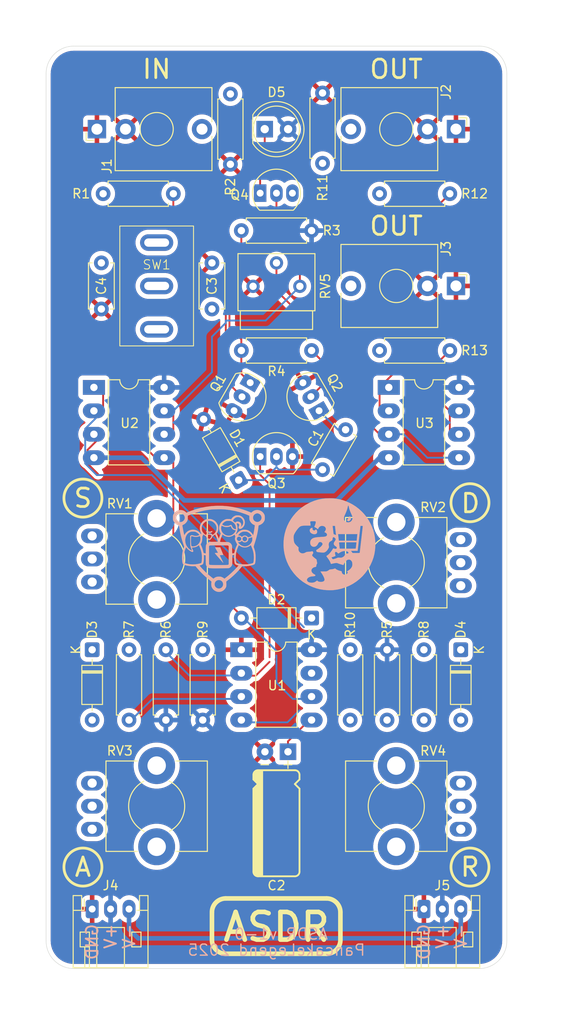
<source format=kicad_pcb>
(kicad_pcb (version 20241229) (generator "pcbnew") (generator_version "9.0")
  (layers (0 "F.Cu" signal) (2 "B.Cu" signal) (13 "F.Paste" user) (15 "B.Paste" user) (5 "F.SilkS" user "F.Silkscreen") (7 "B.SilkS" user "B.Silkscreen") (1 "F.Mask" user) (3 "B.Mask" user) (25 "Edge.Cuts" user))
  (net 0 "")
  (net 1 "Net-(D1-K)")
  (net 2 "Net-(Q2-C)")
  (net 3 "GND")
  (net 4 "Net-(U1-CV)")
  (net 5 "Net-(SW1-C)")
  (net 6 "Net-(SW1-A)")
  (net 7 "Net-(D2-K)")
  (net 8 "Net-(D2-A)")
  (net 9 "Net-(D3-A)")
  (net 10 "Net-(D4-K)")
  (net 11 "Net-(D5-K)")
  (net 12 "VDD")
  (net 13 "Net-(J1-PadT)")
  (net 14 "VSS")
  (net 15 "Net-(Q1-C)")
  (net 16 "Net-(Q1-B)")
  (net 17 "Net-(Q2-B)")
  (net 18 "Net-(Q3-C)")
  (net 19 "Net-(Q4-B)")
  (net 20 "Net-(Q4-E)")
  (net 21 "Net-(R7-Pad1)")
  (net 22 "Net-(U1-Q)")
  (net 23 "Net-(R8-Pad1)")
  (net 24 "Net-(R9-Pad2)")
  (net 25 "Net-(R10-Pad1)")
  (net 26 "Net-(U2A--)")
  (net 27 "Net-(U3A--)")
  (net 28 "Net-(U3B--)")
  (net 29 "Net-(U2A-+)")
  (net 30 "Net-(U1-DIS)")
  (net 31 "Net-(U3A-+)")
  (net 32 "Net-(J2-PadT)")
  (net 33 "Net-(J3-PadT)")
  (footprint "HackSynth:TO-92_Inline - Handsolder" (layer "F.Cu") (at 148.73 65.94)
    (property "Reference" "Q4" (at -2.73 0.2 0) (layer "F.SilkS"))
    (property "Value" "BC547")
    (pad "1" thru_hole rect (at -0.5 0) (size 1.35 1.9) (drill 0.75) (layers "*.Cu" "*.Mask") (net 11 "Net-(D5-K)"))
    (pad "2" thru_hole oval (at 1.27 0) (size 1.35 1.9) (drill 0.75) (layers "*.Cu" "*.Mask") (net 19 "Net-(Q4-B)"))
    (pad "3" thru_hole oval (at 3 0) (size 1.35 1.9) (drill 0.75) (layers "*.Cu" "*.Mask") (net 20 "Net-(Q4-E)"))
  )
  (footprint "HackSynth:R_Axial_DIN0207_L6.3mm_D2.5mm_P7.62mm_Horizontal" (layer "F.Cu") (at 161.19 83)
    (property "Reference" "R13" (at 10.31 0 0) (layer "F.SilkS"))
    (property "Value" "1k")
    (pad "1" thru_hole circle (at 0 0) (size 1.6 1.6) (drill 0.8) (layers "*.Cu" "*.Mask") (net 33 "Net-(J3-PadT)"))
    (pad "2" thru_hole oval (at 7.62 0) (size 1.6 1.6) (drill 0.8) (layers "*.Cu" "*.Mask") (net 28 "Net-(U3B--)"))
  )
  (footprint "HackSynth:R_Axial_DIN0207_L6.3mm_D2.5mm_P7.62mm_Horizontal" (layer "F.Cu") (at 158 115.44 -90)
    (property "Reference" "R10" (at -2.69 0 90) (layer "F.SilkS"))
    (property "Value" "1k")
    (pad "1" thru_hole circle (at 0 0 270) (size 1.6 1.6) (drill 0.8) (layers "*.Cu" "*.Mask") (net 25 "Net-(R10-Pad1)"))
    (pad "2" thru_hole oval (at 7.62 0 270) (size 1.6 1.6) (drill 0.8) (layers "*.Cu" "*.Mask") (net 26 "Net-(U2A--)"))
  )
  (footprint "HackSynth:Potentiometer_Alps_RK09K_Horizontal" (layer "F.Cu") (at 163 106 90)
    (property "Reference" "RV2" (at 6 4 180) (layer "F.SilkS"))
    (property "Value" "DECAY 1M")
    (pad "" np_thru_hole circle (at -4.4 0 180) (size 4 4) (drill 2) (layers "*.Cu" "*.Mask"))
    (pad "" np_thru_hole circle (at 4.4 0 180) (size 4 4) (drill 2) (layers "*.Cu" "*.Mask"))
    (pad "1" thru_hole oval (at 2.500001 7 180) (size 2.4 1.6) (drill 1) (layers "*.Cu" "*.Mask") (net 25 "Net-(R10-Pad1)"))
    (pad "2" thru_hole oval (at 0 7 180) (size 2.4 1.6) (drill 1) (layers "*.Cu" "*.Mask") (net 7 "Net-(D2-K)"))
    (pad "3" thru_hole oval (at -2.500001 7 180) (size 2.4 1.6) (drill 1) (layers "*.Cu" "*.Mask") (net 7 "Net-(D2-K)"))
  )
  (footprint "HackSynth:Potentiometer_Alps_RK09K_Horizontal" (layer "F.Cu") (at 163 132.4 90)
    (property "Reference" "RV4" (at 6 4 180) (layer "F.SilkS"))
    (property "Value" "RELEASE 1M")
    (pad "" np_thru_hole circle (at -4.4 0 180) (size 4 4) (drill 2) (layers "*.Cu" "*.Mask"))
    (pad "" np_thru_hole circle (at 4.4 0 180) (size 4 4) (drill 2) (layers "*.Cu" "*.Mask"))
    (pad "1" thru_hole oval (at 2.500001 7 180) (size 2.4 1.6) (drill 1) (layers "*.Cu" "*.Mask") (net 10 "Net-(D4-K)"))
    (pad "2" thru_hole oval (at 0 7 180) (size 2.4 1.6) (drill 1) (layers "*.Cu" "*.Mask") (net 23 "Net-(R8-Pad1)"))
    (pad "3" thru_hole oval (at -2.500001 7 180) (size 2.4 1.6) (drill 1) (layers "*.Cu" "*.Mask") (net 23 "Net-(R8-Pad1)"))
  )
  (footprint "HackSynth:Potentiometer_Alps_RK09K_Horizontal" (layer "F.Cu") (at 137 105.6 -90)
    (property "Reference" "RV1" (at -6 4 180) (layer "F.SilkS"))
    (property "Value" "SUSTAIN 10k")
    (pad "" np_thru_hole circle (at -4.4 0) (size 4 4) (drill 2) (layers "*.Cu" "*.Mask"))
    (pad "" np_thru_hole circle (at 4.4 0) (size 4 4) (drill 2) (layers "*.Cu" "*.Mask"))
    (pad "1" thru_hole oval (at 2.500001 7) (size 2.4 1.6) (drill 1) (layers "*.Cu" "*.Mask") (net 30 "Net-(U1-DIS)"))
    (pad "2" thru_hole oval (at 0 7) (size 2.4 1.6) (drill 1) (layers "*.Cu" "*.Mask") (net 29 "Net-(U2A-+)"))
    (pad "3" thru_hole oval (at -2.500001 7) (size 2.4 1.6) (drill 1) (layers "*.Cu" "*.Mask") (net 24 "Net-(R9-Pad2)"))
  )
  (footprint "HackSynth:DIP-8_W7.62mm_LongPads" (layer "F.Cu") (at 166 90.81)
    (property "Reference" "U3" (at 0.064999 0.07 0) (layer "F.SilkS"))
    (property "Value" "TL072")
    (pad "1" thru_hole rect (at -3.81 -3.81) (size 2.4 1.6) (drill 0.8) (layers "*.Cu" "*.Mask") (net 27 "Net-(U3A--)"))
    (pad "2" thru_hole oval (at -3.81 -1.27) (size 2.4 1.6) (drill 0.8) (layers "*.Cu" "*.Mask") (net 27 "Net-(U3A--)"))
    (pad "3" thru_hole oval (at -3.81 1.27) (size 2.4 1.6) (drill 0.8) (layers "*.Cu" "*.Mask") (net 31 "Net-(U3A-+)"))
    (pad "4" thru_hole oval (at -3.81 3.81) (size 2.4 1.6) (drill 0.8) (layers "*.Cu" "*.Mask") (net 14 "VSS"))
    (pad "5" thru_hole oval (at 3.81 3.81) (size 2.4 1.6) (drill 0.8) (layers "*.Cu" "*.Mask") (net 31 "Net-(U3A-+)"))
    (pad "6" thru_hole oval (at 3.81 1.27) (size 2.4 1.6) (drill 0.8) (layers "*.Cu" "*.Mask") (net 28 "Net-(U3B--)"))
    (pad "7" thru_hole oval (at 3.81 -1.27) (size 2.4 1.6) (drill 0.8) (layers "*.Cu" "*.Mask") (net 28 "Net-(U3B--)"))
    (pad "8" thru_hole oval (at 3.81 -3.81) (size 2.4 1.6) (drill 0.8) (layers "*.Cu" "*.Mask") (net 12 "VDD"))
  )
  (footprint "HackSynth:D_DO-35_SOD27_P7.62mm_Horizontal" (layer "F.Cu") (at 145.905 97.049556 120)
    (property "Reference" "D1" (at 4.017531 2.140544 120) (layer "F.SilkS"))
    (property "Value" "1N4148")
    (fp_text user "K" (at 0 -1.8 120) (layer "F.SilkS"))
    (pad "1" thru_hole roundrect (at 0 0 120) (size 1.6 1.6) (drill 0.8) (layers "*.Cu" "*.Mask") (roundrect_rratio 0.15625) (net 1 "Net-(D1-K)"))
    (pad "2" thru_hole circle (at 7.62 0 120) (size 1.6 1.6) (drill 0.8) (layers "*.Cu" "*.Mask") (net 3 "GND"))
  )
  (footprint "HackSynth:C_Ceramic_D4.5mm_P5.00mm" (layer "F.Cu") (at 143 78.5 90)
    (property "Reference" "C3" (at 2.5 0.000001 90) (layer "F.SilkS"))
    (property "Value" "220nF")
    (pad "1" thru_hole circle (at 0 0 90) (size 1.6 1.6) (drill 0.8) (layers "*.Cu" "*.Mask") (net 5 "Net-(SW1-C)"))
    (pad "2" thru_hole circle (at 5 0 90) (size 1.6 1.6) (drill 0.8) (layers "*.Cu" "*.Mask") (net 3 "GND"))
  )
  (footprint "HackSynth:R_Axial_DIN0207_L6.3mm_D2.5mm_P7.62mm_Horizontal" (layer "F.Cu") (at 166 115.44 -90)
    (property "Reference" "R8" (at -2.19 0 90) (layer "F.SilkS"))
    (property "Value" "100R")
    (pad "1" thru_hole circle (at 0 0 270) (size 1.6 1.6) (drill 0.8) (layers "*.Cu" "*.Mask") (net 23 "Net-(R8-Pad1)"))
    (pad "2" thru_hole oval (at 7.62 0 270) (size 1.6 1.6) (drill 0.8) (layers "*.Cu" "*.Mask") (net 2 "Net-(Q2-C)"))
  )
  (footprint "HackSynth:DIP-8_W7.62mm_LongPads" (layer "F.Cu") (at 150 119.25)
    (property "Reference" "U1" (at 0.064999 0.07 0) (layer "F.SilkS"))
    (property "Value" "ICM7555xP")
    (pad "1" thru_hole rect (at -3.81 -3.81) (size 2.4 1.6) (drill 0.8) (layers "*.Cu" "*.Mask") (net 3 "GND"))
    (pad "2" thru_hole oval (at -3.81 -1.27) (size 2.4 1.6) (drill 0.8) (layers "*.Cu" "*.Mask") (net 18 "Net-(Q3-C)"))
    (pad "3" thru_hole oval (at -3.81 1.27) (size 2.4 1.6) (drill 0.8) (layers "*.Cu" "*.Mask") (net 22 "Net-(U1-Q)"))
    (pad "4" thru_hole oval (at -3.81 3.81) (size 2.4 1.6) (drill 0.8) (layers "*.Cu" "*.Mask") (net 2 "Net-(Q2-C)"))
    (pad "5" thru_hole oval (at 3.81 3.81) (size 2.4 1.6) (drill 0.8) (layers "*.Cu" "*.Mask") (net 4 "Net-(U1-CV)"))
    (pad "6" thru_hole oval (at 3.81 1.27) (size 2.4 1.6) (drill 0.8) (layers "*.Cu" "*.Mask") (net 8 "Net-(D2-A)"))
    (pad "7" thru_hole oval (at 3.81 -1.27) (size 2.4 1.6) (drill 0.8) (layers "*.Cu" "*.Mask") (net 30 "Net-(U1-DIS)"))
    (pad "8" thru_hole oval (at 3.81 -3.81) (size 2.4 1.6) (drill 0.8) (layers "*.Cu" "*.Mask") (net 12 "VDD"))
  )
  (footprint "HackSynth:Jack_3.5mm" (layer "F.Cu") (at 163 76 90)
    (property "Reference" "J3" (at 4.03 5.4 90) (layer "F.SilkS"))
    (property "Value" "OUT")
    (pad "G" thru_hole rect (at 0 6.48 90) (size 2 2) (drill 1.2) (layers "*.Cu" "*.Mask") (net 3 "GND"))
    (pad "S" thru_hole circle (at 0 3.38 90) (size 2.2 2.2) (drill 1.2) (layers "*.Cu" "*.Mask") (net 3 "GND"))
    (pad "T" thru_hole circle (at 0 -4.92 90) (size 2.2 2.2) (drill 1.2) (layers "*.Cu" "*.Mask") (net 33 "Net-(J3-PadT)"))
    (zone (net 0) (net_name "") (layer "F.Cu") (connect_pads (clearance 0)) (min_thickness 0.254)
      (keepout (tracks not_allowed) (vias not_allowed) (pads not_allowed) (copperpour not_allowed) (footprints not_allowed))
      (fill (thermal_gap 0.508) (thermal_bridge_width 0.508))
      (polygon (pts (xy 163 77.505141) (xy 163.245829 77.48493) (xy 163.485055 77.424841) (xy 163.711256 77.326486) (xy 163.918355 77.192508) (xy 164.10079 77.026504) (xy 164.253664 76.832932) (xy 164.372869 76.616992) (xy 164.455206 76.384482) (xy 164.498461 76.141646) (xy 164.501475 75.895007) (xy 164.464165 75.651187) (xy 164.387534 75.416734) (xy 164.27364 75.197946) (xy 164.125542 75.000697) (xy 163.947216 74.830286) (xy 163.743452 74.691288) (xy 163.519722 74.587436) (xy 163.282035 74.521519) (xy 163.036774 74.495308) (xy 162.790525 74.509507) (xy 162.549901 74.563734) (xy 162.321366 74.656532) (xy 162.111055 74.785411) (xy 161.924618 74.946908) (xy 161.767061 75.136687) (xy 161.642615 75.34965) (xy 161.554623 75.580079) (xy 161.505447 75.821785) (xy 161.496408 76.068278) (xy 161.52775 76.312936) (xy 161.59863 76.549191) (xy 161.707144 76.770697) (xy 161.850379 76.971505) (xy 162.024488 77.146223) (xy 162.224795 77.290158) (xy 162.445921 77.399445) (xy 162.681926 77.471149) (xy 162.926474 77.503344)))
    )
  )
  (footprint "HackSynth:JST_PH_S3B-PH-K_1x03_P2.00mm_Horizontal" (layer "F.Cu") (at 130 143.55)
    (property "Reference" "J4" (at 2 -2.55 0) (layer "F.SilkS"))
    (property "Value" "Conn_01x03")
    (fp_text user "-V" (at 4 1.5 90) (layer "B.SilkS") (effects (font (size 1.27 1.27) (thickness 0.2)) (justify left mirror)))
    (fp_text user "GND" (at 0 1.5 90) (layer "B.SilkS") (effects (font (size 1.27 1.27) (thickness 0.2)) (justify left mirror)))
    (fp_text user "+V" (at 2 1.5 90) (layer "B.SilkS") (effects (font (size 1.27 1.27) (thickness 0.2)) (justify left mirror)))
    (pad "1" thru_hole roundrect (at 0 0) (size 1.4 2) (drill 0.75) (layers "*.Cu" "*.Mask") (roundrect_rratio 0.208333) (net 3 "GND"))
    (pad "2" thru_hole oval (at 2 0) (size 1.4 2) (drill 0.75) (layers "*.Cu" "*.Mask") (net 12 "VDD"))
    (pad "3" thru_hole oval (at 4 0) (size 1.4 2) (drill 0.75) (layers "*.Cu" "*.Mask") (net 14 "VSS"))
  )
  (footprint "HackSynth:TO-92_Inline - Handsolder" (layer "F.Cu") (at 154.371769 89.094853 120)
    (property "Reference" "Q2" (at 1.270001 3 120) (layer "F.SilkS"))
    (property "Value" "BC550")
    (pad "1" thru_hole rect (at -0.5 0 120) (size 1.35 1.9) (drill 0.75) (layers "*.Cu" "*.Mask") (net 2 "Net-(Q2-C)"))
    (pad "2" thru_hole oval (at 1.27 0 120) (size 1.35 1.9) (drill 0.75) (layers "*.Cu" "*.Mask") (net 17 "Net-(Q2-B)"))
    (pad "3" thru_hole oval (at 3 0 120) (size 1.35 1.9) (drill 0.75) (layers "*.Cu" "*.Mask") (net 3 "GND"))
  )
  (footprint "HackSynth:Jack_3.5mm" (layer "F.Cu") (at 163 59 90)
    (property "Reference" "J2" (at 4.03 5.4 90) (layer "F.SilkS"))
    (property "Value" "OUT")
    (pad "G" thru_hole rect (at 0 6.48 90) (size 2 2) (drill 1.2) (layers "*.Cu" "*.Mask") (net 3 "GND"))
    (pad "S" thru_hole circle (at 0 3.38 90) (size 2.2 2.2) (drill 1.2) (layers "*.Cu" "*.Mask") (net 3 "GND"))
    (pad "T" thru_hole circle (at 0 -4.92 90) (size 2.2 2.2) (drill 1.2) (layers "*.Cu" "*.Mask") (net 32 "Net-(J2-PadT)"))
    (zone (net 0) (net_name "") (layer "F.Cu") (connect_pads (clearance 0)) (min_thickness 0.254)
      (keepout (tracks not_allowed) (vias not_allowed) (pads not_allowed) (copperpour not_allowed) (footprints not_allowed))
      (fill (thermal_gap 0.508) (thermal_bridge_width 0.508))
      (polygon (pts (xy 163 60.505141) (xy 163.245829 60.48493) (xy 163.485055 60.424841) (xy 163.711256 60.326486) (xy 163.918355 60.192508) (xy 164.10079 60.026504) (xy 164.253664 59.832932) (xy 164.372869 59.616992) (xy 164.455206 59.384482) (xy 164.498461 59.141646) (xy 164.501475 58.895007) (xy 164.464165 58.651187) (xy 164.387534 58.416734) (xy 164.27364 58.197946) (xy 164.125542 58.000697) (xy 163.947216 57.830286) (xy 163.743452 57.691288) (xy 163.519722 57.587436) (xy 163.282035 57.521519) (xy 163.036774 57.495308) (xy 162.790525 57.509507) (xy 162.549901 57.563734) (xy 162.321366 57.656532) (xy 162.111055 57.785411) (xy 161.924618 57.946908) (xy 161.767061 58.136687) (xy 161.642615 58.34965) (xy 161.554623 58.580079) (xy 161.505447 58.821785) (xy 161.496408 59.068278) (xy 161.52775 59.312936) (xy 161.59863 59.549191) (xy 161.707144 59.770697) (xy 161.850379 59.971505) (xy 162.024488 60.146223) (xy 162.224795 60.290158) (xy 162.445921 60.399445) (xy 162.681926 60.471149) (xy 162.926474 60.503344)))
    )
  )
  (footprint "HackSynth:R_Axial_DIN0207_L6.3mm_D2.5mm_P7.62mm_Horizontal" (layer "F.Cu") (at 153.81 83 180)
    (property "Reference" "R4" (at 3.81 -2.25 0) (layer "F.SilkS"))
    (property "Value" "10k")
    (pad "1" thru_hole circle (at 0 0 180) (size 1.6 1.6) (drill 0.8) (layers "*.Cu" "*.Mask") (net 17 "Net-(Q2-B)"))
    (pad "2" thru_hole oval (at 7.62 0 180) (size 1.6 1.6) (drill 0.8) (layers "*.Cu" "*.Mask") (net 15 "Net-(Q1-C)"))
  )
  (footprint "HackSynth:R_Axial_DIN0207_L6.3mm_D2.5mm_P7.62mm_Horizontal" (layer "F.Cu") (at 138 115.44 -90)
    (property "Reference" "R6" (at -2.19 0 90) (layer "F.SilkS"))
    (property "Value" "4.7k")
    (pad "1" thru_hole circle (at 0 0 270) (size 1.6 1.6) (drill 0.8) (layers "*.Cu" "*.Mask") (net 18 "Net-(Q3-C)"))
    (pad "2" thru_hole oval (at 7.62 0 270) (size 1.6 1.6) (drill 0.8) (layers "*.Cu" "*.Mask") (net 12 "VDD"))
  )
  (footprint "HackSynth:R_Axial_DIN0207_L6.3mm_D2.5mm_P7.62mm_Horizontal" (layer "F.Cu") (at 142.000001 123.06 90)
    (property "Reference" "R9" (at 9.810001 0 90) (layer "F.SilkS"))
    (property "Value" "5.6k")
    (pad "1" thru_hole circle (at 0 0 90) (size 1.6 1.6) (drill 0.8) (layers "*.Cu" "*.Mask") (net 12 "VDD"))
    (pad "2" thru_hole oval (at 7.62 0 90) (size 1.6 1.6) (drill 0.8) (layers "*.Cu" "*.Mask") (net 24 "Net-(R9-Pad2)"))
  )
  (footprint "HackSynth:TO-92_Inline - Handsolder" (layer "F.Cu") (at 146.898232 86.920148 -120)
    (property "Reference" "Q1" (at 1.270001 3 60) (layer "F.SilkS"))
    (property "Value" "BC550")
    (pad "1" thru_hole rect (at -0.5 0 240) (size 1.35 1.9) (drill 0.75) (layers "*.Cu" "*.Mask") (net 15 "Net-(Q1-C)"))
    (pad "2" thru_hole oval (at 1.27 0 240) (size 1.35 1.9) (drill 0.75) (layers "*.Cu" "*.Mask") (net 16 "Net-(Q1-B)"))
    (pad "3" thru_hole oval (at 3 0 240) (size 1.35 1.9) (drill 0.75) (layers "*.Cu" "*.Mask") (net 3 "GND"))
  )
  (footprint "HackSynth:R_Axial_DIN0207_L6.3mm_D2.5mm_P7.62mm_Horizontal" (layer "F.Cu") (at 155 55.08 -90)
    (property "Reference" "R11" (at 10.31 0 90) (layer "F.SilkS"))
    (property "Value" "1k")
    (pad "1" thru_hole circle (at 0 0 270) (size 1.6 1.6) (drill 0.8) (layers "*.Cu" "*.Mask") (net 3 "GND"))
    (pad "2" thru_hole oval (at 7.62 0 270) (size 1.6 1.6) (drill 0.8) (layers "*.Cu" "*.Mask") (net 20 "Net-(Q4-E)"))
  )
  (footprint "HackSynth:D_DO-35_SOD27_P7.62mm_Horizontal" (layer "F.Cu") (at 170 115.440001 -90)
    (property "Reference" "D4" (at -2.19 0 90) (layer "F.SilkS"))
    (property "Value" "1N4148")
    (fp_text user "K" (at 0 -2 90) (layer "F.SilkS"))
    (pad "1" thru_hole roundrect (at 0 0 270) (size 1.6 1.6) (drill 0.8) (layers "*.Cu" "*.Mask") (roundrect_rratio 0.15625) (net 10 "Net-(D4-K)"))
    (pad "2" thru_hole circle (at 7.62 0 270) (size 1.6 1.6) (drill 0.8) (layers "*.Cu" "*.Mask") (net 8 "Net-(D2-A)"))
  )
  (footprint "HackSynth:R_Axial_DIN0207_L6.3mm_D2.5mm_P7.62mm_Horizontal" (layer "F.Cu") (at 145 62.81 90)
    (property "Reference" "R2" (at -2.440001 0 90) (layer "F.SilkS"))
    (property "Value" "100k")
    (pad "1" thru_hole circle (at 0 0 90) (size 1.6 1.6) (drill 0.8) (layers "*.Cu" "*.Mask") (net 3 "GND"))
    (pad "2" thru_hole oval (at 7.62 0 90) (size 1.6 1.6) (drill 0.8) (layers "*.Cu" "*.Mask") (net 16 "Net-(Q1-B)"))
  )
  (footprint "HackSynth:R_Axial_DIN0207_L6.3mm_D2.5mm_P7.62mm_Horizontal" (layer "F.Cu") (at 146.19 70)
    (property "Reference" "R3" (at 9.810001 0 0) (layer "F.SilkS"))
    (property "Value" "4.7k")
    (pad "1" thru_hole circle (at 0 0) (size 1.6 1.6) (drill 0.8) (layers "*.Cu" "*.Mask") (net 15 "Net-(Q1-C)"))
    (pad "2" thru_hole oval (at 7.62 0) (size 1.6 1.6) (drill 0.8) (layers "*.Cu" "*.Mask") (net 12 "VDD"))
  )
  (footprint "HackSynth:C_Ceramic_D4.5mm_P5.00mm" (layer "F.Cu") (at 155 95.915064 60)
    (property "Reference" "C1" (at 2.582532 -2.357051 60) (layer "F.SilkS"))
    (property "Value" "220nF")
    (pad "1" thru_hole circle (at 0 0 60) (size 1.6 1.6) (drill 0.8) (layers "*.Cu" "*.Mask") (net 1 "Net-(D1-K)"))
    (pad "2" thru_hole circle (at 5 0 60) (size 1.6 1.6) (drill 0.8) (layers "*.Cu" "*.Mask") (net 2 "Net-(Q2-C)"))
  )
  (footprint "HackSynth:R_Axial_DIN0207_L6.3mm_D2.5mm_P7.62mm_Horizontal" (layer "F.Cu") (at 162 123.06 90)
    (property "Reference" "R5" (at 9.810001 0 90) (layer "F.SilkS"))
    (property "Value" "4.7k")
    (pad "1" thru_hole circle (at 0 0 90) (size 1.6 1.6) (drill 0.8) (layers "*.Cu" "*.Mask") (net 2 "Net-(Q2-C)"))
    (pad "2" thru_hole oval (at 7.62 0 90) (size 1.6 1.6) (drill 0.8) (layers "*.Cu" "*.Mask") (net 12 "VDD"))
  )
  (footprint "HackSynth:TO-92_Inline - Handsolder" (layer "F.Cu") (at 148.73 94.5)
    (property "Reference" "Q3" (at 1.27 2.9 0) (layer "F.SilkS"))
    (property "Value" "BC550")
    (pad "1" thru_hole rect (at -0.5 0) (size 1.35 1.9) (drill 0.75) (layers "*.Cu" "*.Mask") (net 18 "Net-(Q3-C)"))
    (pad "2" thru_hole oval (at 1.27 0) (size 1.35 1.9) (drill 0.75) (layers "*.Cu" "*.Mask") (net 1 "Net-(D1-K)"))
    (pad "3" thru_hole oval (at 3 0) (size 1.35 1.9) (drill 0.75) (layers "*.Cu" "*.Mask") (net 3 "GND"))
  )
  (footprint "HackSynth:D_DO-35_SOD27_P7.62mm_Horizontal" (layer "F.Cu") (at 153.81 112 180)
    (property "Reference" "D2" (at 3.81 2 0) (layer "F.SilkS"))
    (property "Value" "1N4148")
    (fp_text user "K" (at 0 -1.8 0) (layer "F.SilkS"))
    (pad "1" thru_hole roundrect (at 0 0 180) (size 1.6 1.6) (drill 0.8) (layers "*.Cu" "*.Mask") (roundrect_rratio 0.15625) (net 7 "Net-(D2-K)"))
    (pad "2" thru_hole circle (at 7.62 0 180) (size 1.6 1.6) (drill 0.8) (layers "*.Cu" "*.Mask") (net 8 "Net-(D2-A)"))
  )
  (footprint "HackSynth:D_DO-35_SOD27_P7.62mm_Horizontal" (layer "F.Cu") (at 130.000001 115.440001 -90)
    (property "Reference" "D3" (at -2.190001 0 90) (layer "F.SilkS"))
    (property "Value" "1N4148")
    (fp_text user "K" (at 0 1.75 90) (layer "F.SilkS"))
    (pad "1" thru_hole roundrect (at 0 0 270) (size 1.6 1.6) (drill 0.8) (layers "*.Cu" "*.Mask") (roundrect_rratio 0.15625) (net 8 "Net-(D2-A)"))
    (pad "2" thru_hole circle (at 7.62 0 270) (size 1.6 1.6) (drill 0.8) (layers "*.Cu" "*.Mask") (net 9 "Net-(D3-A)"))
  )
  (footprint "HackSynth:TrimPot_Bourns_3339S_Horizontal" (layer "F.Cu") (at 152.54 76.04 -90)
    (property "Reference" "RV5" (at 0 -2.775 90) (layer "F.SilkS"))
    (property "Value" "100k Trim")
    (pad "1" thru_hole circle (at 0 0 270) (size 1.44 1.44) (drill 0.8) (layers "*.Cu" "*.Mask") (net 19 "Net-(Q4-B)"))
    (pad "2" thru_hole circle (at -2.54 2.54 270) (size 1.44 1.44) (drill 0.8) (layers "*.Cu" "*.Mask") (net 31 "Net-(U3A-+)"))
    (pad "3" thru_hole circle (at 0 5.08 270) (size 1.44 1.44) (drill 0.8) (layers "*.Cu" "*.Mask") (net 3 "GND"))
  )
  (footprint "HackSynth:LED_D5.0mm" (layer "F.Cu") (at 148.725 59)
    (property "Reference" "D5" (at 1.275 -4 0) (layer "F.SilkS"))
    (property "Value" "LED")
    (pad "1" thru_hole rect (at 0 0) (size 1.8 1.8) (drill 0.9) (layers "*.Cu" "*.Mask") (net 11 "Net-(D5-K)"))
    (pad "2" thru_hole circle (at 2.54 0) (size 1.8 1.8) (drill 0.9) (layers "*.Cu" "*.Mask") (net 12 "VDD"))
  )
  (footprint "HackSynth:Jack_3.5mm" (layer "F.Cu") (at 137 59 -90)
    (property "Reference" "J1" (at 4.03 5.4 90) (layer "F.SilkS"))
    (property "Value" "IN")
    (pad "G" thru_hole rect (at 0 6.48 270) (size 2 2) (drill 1.2) (layers "*.Cu" "*.Mask") (net 3 "GND"))
    (pad "S" thru_hole circle (at 0 3.38 270) (size 2.2 2.2) (drill 1.2) (layers "*.Cu" "*.Mask") (net 3 "GND"))
    (pad "T" thru_hole circle (at 0 -4.92 270) (size 2.2 2.2) (drill 1.2) (layers "*.Cu" "*.Mask") (net 13 "Net-(J1-PadT)"))
    (zone (net 0) (net_name "") (layer "F.Cu") (connect_pads (clearance 0)) (min_thickness 0.254)
      (keepout (tracks not_allowed) (vias not_allowed) (pads not_allowed) (copperpour not_allowed) (footprints not_allowed))
      (fill (thermal_gap 0.508) (thermal_bridge_width 0.508))
      (polygon (pts (xy 137 57.494859) (xy 136.754171 57.51507) (xy 136.514945 57.575159) (xy 136.288744 57.673514) (xy 136.081645 57.807492) (xy 135.89921 57.973496) (xy 135.746336 58.167068) (xy 135.627131 58.383008) (xy 135.544794 58.615518) (xy 135.501539 58.858354) (xy 135.498525 59.104993) (xy 135.535835 59.348813) (xy 135.612466 59.583266) (xy 135.72636 59.802054) (xy 135.874458 59.999303) (xy 136.052784 60.169714) (xy 136.256548 60.308712) (xy 136.480278 60.412564) (xy 136.717965 60.478481) (xy 136.963226 60.504692) (xy 137.209475 60.490493) (xy 137.450099 60.436266) (xy 137.678634 60.343468) (xy 137.888945 60.214589) (xy 138.075382 60.053092) (xy 138.232939 59.863313) (xy 138.357385 59.65035) (xy 138.445377 59.419921) (xy 138.494553 59.178215) (xy 138.503592 58.931722) (xy 138.47225 58.687064) (xy 138.40137 58.450809) (xy 138.292856 58.229303) (xy 138.149621 58.028495) (xy 137.975512 57.853777) (xy 137.775205 57.709842) (xy 137.554079 57.600555) (xy 137.318074 57.528851) (xy 137.073526 57.496656)))
    )
  )
  (footprint "HackSynth:Module 50x100mm" (layer "F.Cu") (at 150 100)
    (property "Reference" "REF**" (hide yes))
    (property "Value" "Untitled" (hide yes))
    (fp_line (start -24.999999 -47) (end -25 47) (stroke (width 0.05)) (layer "Edge.Cuts"))
    (fp_line (start -21.999999 49.999999) (end 22 50) (stroke (width 0.05)) (layer "Edge.Cuts"))
    (fp_line (start 22 -50) (end -21.999999 -50) (stroke (width 0.05)) (layer "Edge.Cuts"))
    (fp_line (start 25 47) (end 25 -47) (stroke (width 0.05)) (layer "Edge.Cuts"))
    (fp_arc (start -25 -47) (mid -24.12132 -49.12132) (end -22 -50) (stroke (width 0.05)) (layer "Edge.Cuts"))
    (fp_arc (start -22 50) (mid -24.12132 49.12132) (end -25 47) (stroke (width 0.05)) (layer "Edge.Cuts"))
    (fp_arc (start 22 -50) (mid 24.12132 -49.12132) (end 25 -47) (stroke (width 0.05)) (layer "Edge.Cuts"))
    (fp_arc (start 25 47) (mid 24.12132 49.12132) (end 22 50) (stroke (width 0.05)) (layer "Edge.Cuts"))
  )
  (footprint "HackSynth:Switch SPDT - MTS-102" (layer "F.Cu") (at 137 76)
    (property "Reference" "SW1" (at 0 -2.300001 0) (layer "F.SilkS") (effects (font (thickness 0.1))))
    (property "Value" "SW_SPDT" (hide yes))
    (pad "1" thru_hole oval (at 0 -4.7) (size 3.6 1.8) (drill oval 2.7 0.9) (layers "*.Cu" "*.Mask") (net 6 "Net-(SW1-A)"))
    (pad "2" thru_hole oval (at 0 0) (size 3.6 1.8) (drill oval 2.7 0.9) (layers "*.Cu" "*.Mask") (net 8 "Net-(D2-A)"))
    (pad "3" thru_hole oval (at 0 4.7) (size 3.6 1.8) (drill oval 2.7 0.9) (layers "*.Cu" "*.Mask") (net 5 "Net-(SW1-C)"))
  )
  (footprint "HackSynth:Potentiometer_Alps_RK09K_Horizontal" (layer "F.Cu") (at 137 132.4 -90)
    (property "Reference" "RV3" (at -6 4 180) (layer "F.SilkS"))
    (property "Value" "ATTACK 1M")
    (pad "" np_thru_hole circle (at -4.4 0) (size 4 4) (drill 2) (layers "*.Cu" "*.Mask"))
    (pad "" np_thru_hole circle (at 4.4 0) (size 4 4) (drill 2) (layers "*.Cu" "*.Mask"))
    (pad "1" thru_hole oval (at 2.500001 7) (size 2.4 1.6) (drill 1) (layers "*.Cu" "*.Mask") (net 9 "Net-(D3-A)"))
    (pad "2" thru_hole oval (at 0 7) (size 2.4 1.6) (drill 1) (layers "*.Cu" "*.Mask") (net 21 "Net-(R7-Pad1)"))
    (pad "3" thru_hole oval (at -2.500001 7) (size 2.4 1.6) (drill 1) (layers "*.Cu" "*.Mask") (net 21 "Net-(R7-Pad1)"))
  )
  (footprint "HackSynth:R_Axial_DIN0207_L6.3mm_D2.5mm_P7.62mm_Horizontal" (layer "F.Cu") (at 138.81 66 180)
    (property "Reference" "R1" (at 10 0 0) (layer "F.SilkS"))
    (property "Value" "10k")
    (pad "1" thru_hole circle (at 0 0 180) (size 1.6 1.6) (drill 0.8) (layers "*.Cu" "*.Mask") (net 16 "Net-(Q1-B)"))
    (pad "2" thru_hole oval (at 7.62 0 180) (size 1.6 1.6) (drill 0.8) (layers "*.Cu" "*.Mask") (net 13 "Net-(J1-PadT)"))
  )
  (footprint "HackSynth:R_Axial_DIN0207_L6.3mm_D2.5mm_P7.62mm_Horizontal" (layer "F.Cu") (at 134 115.44 -90)
    (property "Reference" "R7" (at -2.19 0 90) (layer "F.SilkS"))
    (property "Value" "100R")
    (pad "1" thru_hole circle (at 0 0 270) (size 1.6 1.6) (drill 0.8) (layers "*.Cu" "*.Mask") (net 21 "Net-(R7-Pad1)"))
    (pad "2" thru_hole oval (at 7.62 0 270) (size 1.6 1.6) (drill 0.8) (layers "*.Cu" "*.Mask") (net 22 "Net-(U1-Q)"))
  )
  (footprint "HackSynth:DIP-8_W7.62mm_LongPads" (layer "F.Cu") (at 134 90.81)
    (property "Reference" "U2" (at 0.064999 0.07 0) (layer "F.SilkS"))
    (property "Value" "TL072")
    (pad "1" thru_hole rect (at -3.81 -3.81) (size 2.4 1.6) (drill 0.8) (layers "*.Cu" "*.Mask") (net 26 "Net-(U2A--)"))
    (pad "2" thru_hole oval (at -3.81 -1.27) (size 2.4 1.6) (drill 0.8) (layers "*.Cu" "*.Mask") (net 26 "Net-(U2A--)"))
    (pad "3" thru_hole oval (at -3.81 1.27) (size 2.4 1.6) (drill 0.8) (layers "*.Cu" "*.Mask") (net 29 "Net-(U2A-+)"))
    (pad "4" thru_hole oval (at -3.81 3.81) (size 2.4 1.6) (drill 0.8) (layers "*.Cu" "*.Mask") (net 14 "VSS"))
    (pad "5" thru_hole oval (at 3.81 3.81) (size 2.4 1.6) (drill 0.8) (layers "*.Cu" "*.Mask") (net 8 "Net-(D2-A)"))
    (pad "6" thru_hole oval (at 3.81 1.27) (size 2.4 1.6) (drill 0.8) (layers "*.Cu" "*.Mask") (net 19 "Net-(Q4-B)"))
    (pad "7" thru_hole oval (at 3.81 -1.27) (size 2.4 1.6) (drill 0.8) (layers "*.Cu" "*.Mask") (net 19 "Net-(Q4-B)"))
    (pad "8" thru_hole oval (at 3.81 -3.81) (size 2.4 1.6) (drill 0.8) (layers "*.Cu" "*.Mask") (net 12 "VDD"))
  )
  (footprint "HackSynth:R_Axial_DIN0207_L6.3mm_D2.5mm_P7.62mm_Horizontal" (layer "F.Cu") (at 161.19 66)
    (property "Reference" "R12" (at 10.31 0 0) (layer "F.SilkS"))
    (property "Value" "1k")
    (pad "1" thru_hole circle (at 0 0) (size 1.6 1.6) (drill 0.8) (layers "*.Cu" "*.Mask") (net 32 "Net-(J2-PadT)"))
    (pad "2" thru_hole oval (at 7.62 0) (size 1.6 1.6) (drill 0.8) (layers "*.Cu" "*.Mask") (net 27 "Net-(U3A--)"))
  )
  (footprint "HackSynth:C_Ceramic_D4.5mm_P5.00mm" (layer "F.Cu") (at 131 73.5 -90)
    (property "Reference" "C4" (at 2.5 0.000001 90) (layer "F.SilkS"))
    (property "Value" "1uF")
    (pad "1" thru_hole circle (at 0 0 270) (size 1.6 1.6) (drill 0.8) (layers "*.Cu" "*.Mask") (net 6 "Net-(SW1-A)"))
    (pad "2" thru_hole circle (at 5 0 270) (size 1.6 1.6) (drill 0.8) (layers "*.Cu" "*.Mask") (net 3 "GND"))
  )
  (footprint "HackSynth:JST_PH_S3B-PH-K_1x03_P2.00mm_Horizontal" (layer "F.Cu") (at 166 143.55)
    (property "Reference" "J5" (at 2 -2.55 0) (layer "F.SilkS"))
    (property "Value" "Conn_01x03")
    (fp_text user "+V" (at 2 1.5 90) (layer "B.SilkS") (effects (font (size 1.27 1.27) (thickness 0.2)) (justify left mirror)))
    (fp_text user "-V" (at 4 1.5 90) (layer "B.SilkS") (effects (font (size 1.27 1.27) (thickness 0.2)) (justify left mirror)))
    (fp_text user "GND" (at 0 1.5 90) (layer "B.SilkS") (effects (font (size 1.27 1.27) (thickness 0.2)) (justify left mirror)))
    (pad "1" thru_hole roundrect (at 0 0) (size 1.4 2) (drill 0.75) (layers "*.Cu" "*.Mask") (roundrect_rratio 0.208333) (net 3 "GND"))
    (pad "2" thru_hole oval (at 2 0) (size 1.4 2) (drill 0.75) (layers "*.Cu" "*.Mask") (net 12 "VDD"))
    (pad "3" thru_hole oval (at 4 0) (size 1.4 2) (drill 0.75) (layers "*.Cu" "*.Mask") (net 14 "VSS"))
  )
  (footprint "HackSynth:CP_Radial_D5.2mm_P2.50mm_LayDown" (layer "F.Cu") (at 150 126.5 180)
    (property "Reference" "C2" (at 0 -14.5 0) (layer "F.SilkS"))
    (property "Value" "10uF")
    (pad "1" thru_hole rect (at -1.25 0 180) (size 1.8 1.8) (drill 0.8) (layers "*.Cu" "*.Mask") (net 4 "Net-(U1-CV)"))
    (pad "2" thru_hole circle (at 1.25 0 180) (size 1.8 1.8) (drill 0.8) (layers "*.Cu" "*.Mask") (net 3 "GND"))
  )
  (footprint "HackSynth:CCHS Logo - 10mm" (layer "B.Cu") (at 143.75 104.5 180)
    (property "Reference" "Ref**" (hide yes))
    (property "Value" "Val**" (hide yes))
  )
  (footprint "HackSynth:PancakeLegend Logo - 10mm" (layer "B.Cu") (at 155.75 104 180)
    (property "Reference" "Ref**" (hide yes))
    (property "Value" "Val**" (hide yes))
  )
  (gr_arc (start 143 143.899998) (mid 143.43934 142.839338) (end 144.5 142.399998) (stroke (width 0.5)) (layer "F.SilkS"))
  (gr_arc (start 156.93934 146.900001) (mid 156.5 147.960661) (end 155.43934 148.400001) (stroke (width 0.5)) (layer "F.SilkS"))
  (gr_circle (center 171 139) (end 171.5 137) (stroke (width 0.3)) (fill no) (layer "F.SilkS"))
  (gr_circle (center 129 139) (end 129.5 137) (stroke (width 0.3)) (fill no) (layer "F.SilkS"))
  (gr_line (start 156.939339 143.9) (end 156.939339 146.9) (stroke (width 0.5)) (layer "F.SilkS"))
  (gr_circle (center 129 99) (end 129.5 97) (stroke (width 0.3)) (fill no) (layer "F.SilkS"))
  (gr_circle (center 171 99.5) (end 171.5 97.5) (stroke (width 0.3)) (fill no) (layer "F.SilkS"))
  (gr_line (start 143 143.899998) (end 143 146.899998) (stroke (width 0.5)) (layer "F.SilkS"))
  (gr_arc (start 155.439339 142.4) (mid 156.499999 142.83934) (end 156.939339 143.9) (stroke (width 0.5)) (layer "F.SilkS"))
  (gr_line (start 144.5 148.4) (end 155.450116 148.400001) (stroke (width 0.5)) (layer "F.SilkS"))
  (gr_arc (start 144.5 148.4) (mid 143.43934 147.96066) (end 143 146.9) (stroke (width 0.5)) (layer "F.SilkS"))
  (gr_line (start 144.5 142.4) (end 155.439339 142.4) (stroke (width 0.5)) (layer "F.SilkS"))
  (gr_text "S" (at 129 99 0) (layer "F.SilkS") (effects (font (size 2 2) (thickness 0.3))))
  (gr_text "ASDR" (at 150 145.5 0) (layer "F.SilkS") (effects (font (size 3 3) (thickness 0.5) (bold yes))))
  (gr_text "R" (at 171 139 0) (layer "F.SilkS") (effects (font (size 2 2) (thickness 0.3))))
  (gr_text "D" (at 171.05 99.57 0) (layer "F.SilkS") (effects (font (size 2 2) (thickness 0.3))))
  (gr_text "IN" (at 137 52.5 0) (layer "F.SilkS") (effects (font (size 2 2) (thickness 0.3))))
  (gr_text "OUT" (at 163 69.5 0) (layer "F.SilkS") (effects (font (size 2 2) (thickness 0.3))))
  (gr_text "OUT" (at 163 52.5 0) (layer "F.SilkS") (effects (font (size 2 2) (thickness 0.3))))
  (gr_text "A" (at 129 139 0) (layer "F.SilkS") (effects (font (size 2 2) (thickness 0.3))))
  (gr_text "ASDR v1-0" (at 150.5 146.250001 0) (layer "B.SilkS") (effects (font (size 1.2 1.2)) (justify mirror)))
  (gr_text "PancakeLegend 2025" (at 150 148 0) (layer "B.SilkS") (effects (font (size 1.2 1.2)) (justify mirror)))
  (segment (start 148.600444 97.049556) (end 150 95.65) (width 0.2) (layer "B.Cu") (net 1))
  (segment (start 150.265064 95.915064) (end 150.05 95.7) (width 0.2) (layer "B.Cu") (net 1))
  (segment (start 145.905 97.049556) (end 148.600444 97.049556) (width 0.2) (layer "B.Cu") (net 1))
  (segment (start 155 95.915064) (end 150.265064 95.915064) (width 0.2) (layer "B.Cu") (net 1))
  (segment (start 150.05 95.7) (end 150 95.65) (width 0.2) (layer "B.Cu") (net 1))
  (segment (start 150 95.65) (end 150 94.5) (width 0.2) (layer "B.Cu") (net 1))
  (segment (start 154.621768 89.527865) (end 156.67884 91.584937) (width 0.2) (layer "B.Cu") (net 2))
  (segment (start 156.67884 91.584937) (end 157.5 91.584937) (width 0.2) (layer "B.Cu") (net 2))
  (segment (start 146.19 123.31) (end 151.19 123.31) (width 0.2) (layer "B.Cu") (net 2))
  (segment (start 151.19 123.31) (end 152.5 122) (width 0.2) (layer "B.Cu") (net 2))
  (segment (start 151.249999 125.370001) (end 153.81 122.81) (width 0.2) (layer "F.Cu") (net 4))
  (segment (start 151.249999 126.5) (end 151.249999 125.370001) (width 0.2) (layer "F.Cu") (net 4))
  (segment (start 138.81 94.62) (end 138.81 104.37) (width 0.2) (layer "F.Cu") (net 8))
  (segment (start 134 91.75) (end 134 84.75) (width 0.2) (layer "F.Cu") (net 8))
  (segment (start 138.81 104.37) (end 146.19 111.75) (width 0.2) (layer "F.Cu") (net 8))
  (segment (start 138.81 94.62) (end 136.87 94.62) (width 0.2) (layer "F.Cu") (net 8))
  (segment (start 136.87 94.62) (end 134 91.75) (width 0.2) (layer "F.Cu") (net 8))
  (segment (start 146.19 111.75) (end 150 115.56) (width 0.2) (layer "B.Cu") (net 8))
  (segment (start 150 116.06) (end 150 119) (width 0.2) (layer "B.Cu") (net 8))
  (segment (start 150 119) (end 151.77 120.77) (width 0.2) (layer "B.Cu") (net 8))
  (segment (start 151.77 120.77) (end 153.81 120.77) (width 0.2) (layer "B.Cu") (net 8))
  (segment (start 148.725 61.725) (end 148.725 59) (width 0.2) (layer "F.Cu") (net 11))
  (segment (start 148.23 65.94) (end 148.23 62.27) (width 0.2) (layer "F.Cu") (net 11))
  (segment (start 148.23 62.27) (end 148.75 61.75) (width 0.2) (layer "F.Cu") (net 11))
  (segment (start 148.75 61.75) (end 148.725 61.725) (width 0.2) (layer "F.Cu") (net 11))
  (segment (start 135 146.725) (end 134 145.725) (width 0.5) (layer "B.Cu") (net 14))
  (segment (start 140 99.25) (end 156.56 99.25) (width 0.5) (layer "B.Cu") (net 14))
  (segment (start 135.37 94.62) (end 140 99.25) (width 0.5) (layer "B.Cu") (net 14))
  (segment (start 169 146.725) (end 135 146.725) (width 0.5) (layer "B.Cu") (net 14))
  (segment (start 134 145.725) (end 134 143.55) (width 0.5) (layer "B.Cu") (net 14))
  (segment (start 131.19 94.62) (end 135.37 94.62) (width 0.5) (layer "B.Cu") (net 14))
  (segment (start 170 145.725) (end 169 146.725) (width 0.5) (layer "B.Cu") (net 14))
  (segment (start 170 145.725) (end 170 143.55) (width 0.5) (layer "B.Cu") (net 14))
  (segment (start 156.56 99.25) (end 161.19 94.62) (width 0.5) (layer "B.Cu") (net 14))
  (segment (start 146.19 71.5449) (end 146.19 70) (width 0.2) (layer "F.Cu") (net 15))
  (segment (start 146.19 85.528905) (end 147.148232 86.487137) (width 0.2) (layer "F.Cu") (net 15))
  (segment (start 144.901 72.8339) (end 146.19 71.5449) (width 0.2) (layer "F.Cu") (net 15))
  (segment (start 146.19 81.789) (end 144.901 80.5) (width 0.2) (layer "F.Cu") (net 15))
  (segment (start 146.19 83) (end 146.19 85.528905) (width 0.2) (layer "F.Cu") (net 15))
  (segment (start 144.901 80.5) (end 144.901 72.8339) (width 0.2) (layer "F.Cu") (net 15))
  (segment (start 146.19 83) (end 146.19 81.789) (width 0.2) (layer "F.Cu") (net 15))
  (segment (start 144.5 73) (end 144.5 86.25677) (width 0.2) (layer "F.Cu") (net 16))
  (segment (start 138.81 66) (end 138.81 67.31) (width 0.2) (layer "F.Cu") (net 16))
  (segment (start 144.5 86.25677) (end 146.263231 88.020001) (width 0.2) (layer "F.Cu") (net 16))
  (segment (start 138.81 67.31) (end 144.5 73) (width 0.2) (layer "F.Cu") (net 16))
  (segment (start 155 84.19) (end 153.81 83) (width 0.2) (layer "F.Cu") (net 17))
  (segment (start 155 86.731769) (end 155 84.19) (width 0.2) (layer "F.Cu") (net 17))
  (segment (start 153.736769 87.995) (end 155 86.731769) (width 0.2) (layer "F.Cu") (net 17))
  (segment (start 148.23 96.23) (end 148.23 94.5) (width 0.2) (layer "F.Cu") (net 18))
  (segment (start 146.19 118.23) (end 146.21 118.25) (width 0.2) (layer "F.Cu") (net 18))
  (segment (start 149.25 116.25) (end 149.25 97.5) (width 0.2) (layer "F.Cu") (net 18))
  (segment (start 146.21 118.25) (end 147.75 118.25) (width 0.2) (layer "F.Cu") (net 18))
  (segment (start 148.25 96.5) (end 148.25 96.25) (width 0.2) (layer "F.Cu") (net 18))
  (segment (start 147.75 118.25) (end 149.25 116.75) (width 0.2) (layer "F.Cu") (net 18))
  (segment (start 149.25 97.5) (end 148.25 96.5) (width 0.2) (layer "F.Cu") (net 18))
  (segment (start 148.25 96.25) (end 148.23 96.23) (width 0.2) (layer "F.Cu") (net 18))
  (segment (start 140.54 118.23) (end 138 115.69) (width 0.2) (layer "B.Cu") (net 18))
  (segment (start 146.19 118.23) (end 140.54 118.23) (width 0.2) (layer "B.Cu") (net 18))
  (segment (start 138.81 92.08) (end 138.81 89.54) (width 0.2) (layer "F.Cu") (net 19))
  (segment (start 150 65.94) (end 150 69.75) (width 0.2) (layer "F.Cu") (net 19))
  (segment (start 150 69.75) (end 152.54 72.29) (width 0.2) (layer "F.Cu") (net 19))
  (segment (start 152.54 72.29) (end 152.54 76.04) (width 0.2) (layer "F.Cu") (net 19))
  (segment (start 143 85.35) (end 143 81.5) (width 0.2) (layer "B.Cu") (net 19))
  (segment (start 144.5 79.75) (end 148.83 79.75) (width 0.2) (layer "B.Cu") (net 19))
  (segment (start 138.81 89.54) (end 143 85.35) (width 0.2) (layer "B.Cu") (net 19))
  (segment (start 144.5 80) (end 144.5 79.75) (width 0.2) (layer "B.Cu") (net 19))
  (segment (start 143 81.5) (end 144.5 80) (width 0.2) (layer "B.Cu") (net 19))
  (segment (start 148.83 79.75) (end 152.54 76.04) (width 0.2) (layer "B.Cu") (net 19))
  (segment (start 146.19 120.77) (end 136.54 120.77) (width 0.2) (layer "B.Cu") (net 22))
  (segment (start 136.54 120.77) (end 134 123.31) (width 0.2) (layer "B.Cu") (net 22))
  (segment (start 142.5 115.94) (end 142.5 116) (width 0.2) (layer "F.Cu") (net 24))
  (segment (start 131.19 89.54) (end 131.19 87) (width 0.2) (layer "F.Cu") (net 26))
  (segment (start 136.470768 96.5) (end 130.5 96.5) (width 0.2) (layer "B.Cu") (net 26))
  (segment (start 152.970768 113) (end 136.470768 96.5) (width 0.2) (layer "B.Cu") (net 26))
  (segment (start 129.25 91.48) (end 131.19 89.54) (width 0.2) (layer "B.Cu") (net 26))
  (segment (start 130.5 96.5) (end 129.25 95.25) (width 0.2) (layer "B.Cu") (net 26))
  (segment (start 129.25 95.25) (end 129.25 91.48) (width 0.2) (layer "B.Cu") (net 26))
  (segment (start 162.5 72.31) (end 162.5 80.5) (width 0.2) (layer "F.Cu") (net 27))
  (segment (start 161.19 87) (end 163.75 84.44) (width 0.2) (layer "F.Cu") (net 27))
  (segment (start 168.81 66) (end 162.5 72.31) (width 0.2) (layer "F.Cu") (net 27))
  (segment (start 163.75 84.44) (end 163.75 81.75) (width 0.2) (layer "F.Cu") (net 27))
  (segment (start 161.19 89.54) (end 161.19 87) (width 0.2) (layer "F.Cu") (net 27))
  (segment (start 163.75 81.75) (end 162.5 80.5) (width 0.2) (layer "F.Cu") (net 27))
  (segment (start 168.81 83) (end 166.75 85.06) (width 0.2) (layer "F.Cu") (net 28))
  (segment (start 166.75 85.06) (end 166.75 87.5) (width 0.2) (layer "F.Cu") (net 28))
  (segment (start 166.75 87.5) (end 168.79 89.54) (width 0.2) (layer "F.Cu") (net 28))
  (segment (start 168.79 89.54) (end 168.81 89.54) (width 0.2) (layer "F.Cu") (net 28))
  (segment (start 168.81 92.08) (end 168.81 89.54) (width 0.2) (layer "F.Cu") (net 28))
  (segment (start 130.639 96.389) (end 129.5 95.25) (width 0.2) (layer "F.Cu") (net 29))
  (segment (start 129.5 93.77) (end 131.19 92.08) (width 0.2) (layer "F.Cu") (net 29))
  (segment (start 129.5 95.25) (end 129.5 93.77) (width 0.2) (layer "F.Cu") (net 29))
  (segment (start 157.75 84.25) (end 150 76.5) (width 0.2) (layer "F.Cu") (net 31))
  (segment (start 157.75 88.64) (end 157.75 84.25) (width 0.2) (layer "F.Cu") (net 31))
  (segment (start 161.19 92.08) (end 157.75 88.64) (width 0.2) (layer "F.Cu") (net 31))
  (segment (start 150 76.5) (end 150 73.5) (width 0.2) (layer "F.Cu") (net 31))
  (segment (start 161.19 92.08) (end 163.83 92.08) (width 0.2) (layer "B.Cu") (net 31))
  (segment (start 163.83 92.08) (end 166.37 94.62) (width 0.2) (layer "B.Cu") (net 31))
  (segment (start 166.37 94.62) (end 168.81 94.62) (width 0.2) (layer "B.Cu") (net 31))
  (zone (net 3) (net_name "GND") (layer "F.Cu") (connect_pads (clearance 0.5)) (min_thickness 0.25) (fill yes (thermal_gap 0.5) (thermal_bridge_width 0.5))
    (polygon (pts (xy 120 45) (xy 180 45) (xy 180 155) (xy 120 155)))
  )
  (zone (net 12) (net_name "VDD") (layer "B.Cu") (priority 1) (connect_pads (clearance 0.5)) (min_thickness 0.25) (fill yes (thermal_gap 0.5) (thermal_bridge_width 0.5))
    (polygon (pts (xy 121 46) (xy 181 46) (xy 181 156) (xy 121 156)))
  )
)
</source>
